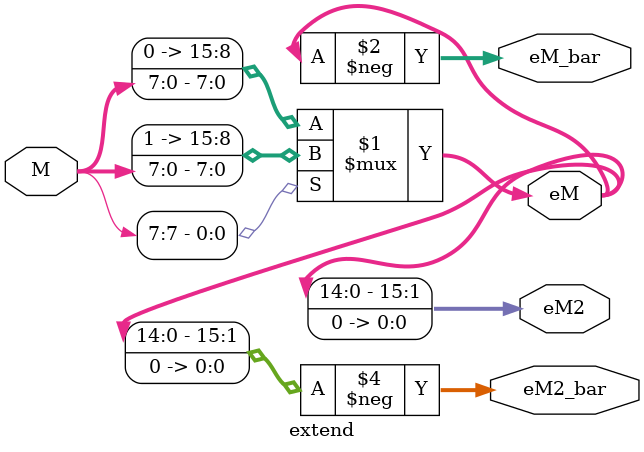
<source format=v>
`timescale 1ns / 1ps


module extend(
input [7:0] M, output [15:0] eM,eM_bar,eM2,eM2_bar  
    );
    assign eM = M[7]?{8'b11111111,M}:{8'b0,M} ; 
    assign eM_bar = -eM; 
    assign eM2 = eM<<1 ; 
    assign eM2_bar= -eM2 ; 
endmodule

</source>
